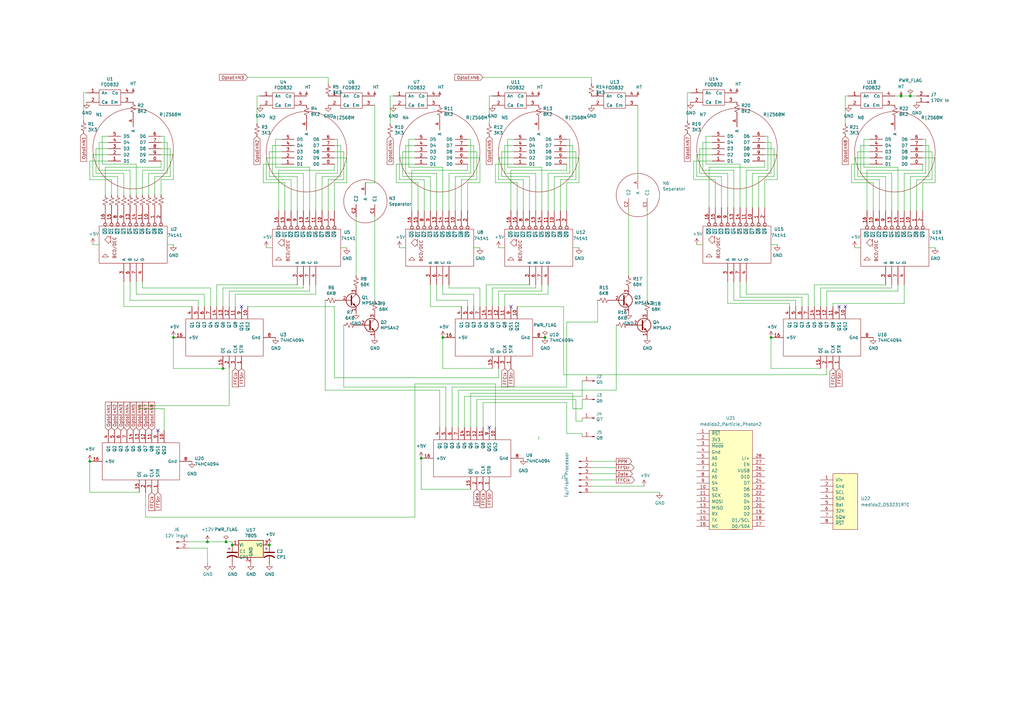
<source format=kicad_sch>
(kicad_sch (version 20230121) (generator eeschema)
  (paper "A3")
  (title_block (title "Nixie Clock for Dalibor Farny Tubes") (rev "B"))
  (junction (at 95.25 223.52))
  (junction (at 369.57 39.37))
  (junction (at 172.72 187.96))
  (junction (at 91.44 151.13))
  (junction (at 71.12 138.43))
  (junction (at 223.52 138.43))
  (junction (at 181.61 138.43))
  (junction (at 92.71 222.25))
  (junction (at 373.38 39.37))
  (junction (at 316.23 138.43))
  (junction (at 85.09 222.25))
  (junction (at 110.49 223.52))
  (junction (at 36.83 189.23))
  (no_connect (at 209.55 125.73))
  (no_connect (at 200.66 175.26))
  (no_connect (at 64.77 176.53))
  (no_connect (at 344.17 125.73))
  (no_connect (at 99.06 125.73))
  (no_connect (at 346.71 125.73))
  (wire (pts (xy 191.77 64.77) (xy 196.85 64.77)))
  (wire (pts (xy 295.91 72.39) (xy 295.91 85.09)))
  (wire (pts (xy 288.29 69.85) (xy 300.99 69.85)))
  (wire (pts (xy 48.26 72.39) (xy 48.26 80.01)))
  (wire (pts (xy 165.1 72.39) (xy 176.53 72.39)))
  (wire (pts (xy 351.79 62.23) (xy 351.79 72.39)))
  (wire (pts (xy 323.85 124.46) (xy 298.45 124.46)))
  (wire (pts (xy 379.73 71.12) (xy 370.84 71.12)))
  (wire (pts (xy 38.1 100.33) (xy 40.64 100.33)))
  (wire (pts (xy 353.06 59.69) (xy 353.06 71.12)))
  (wire (pts (xy 219.71 71.12) (xy 219.71 86.36)))
  (wire (pts (xy 203.2 74.93) (xy 212.09 74.93)))
  (wire (pts (xy 210.82 62.23) (xy 205.74 62.23)))
  (wire (pts (xy 91.44 118.11) (xy 91.44 125.73)))
  (wire (pts (xy 137.16 154.94) (xy 204.47 154.94)))
  (wire (pts (xy 326.39 123.19) (xy 300.99 123.19)))
  (wire (pts (xy 139.7 101.6) (xy 142.24 101.6)))
  (wire (pts (xy 67.31 55.88) (xy 67.31 69.85)))
  (wire (pts (xy 57.15 166.37) (xy 93.98 166.37)))
  (wire (pts (xy 109.22 101.6) (xy 111.76 101.6)))
  (wire (pts (xy 311.15 72.39) (xy 311.15 85.09)))
  (wire (pts (xy 236.22 163.83) (xy 236.22 172.72)))
  (wire (pts (xy 190.5 175.26) (xy 190.5 162.56)))
  (wire (pts (xy 163.83 73.66) (xy 173.99 73.66)))
  (wire (pts (xy 360.68 73.66) (xy 360.68 86.36)))
  (wire (pts (xy 261.62 43.18) (xy 261.62 72.39)))
  (wire (pts (xy 284.48 66.04) (xy 284.48 73.66)))
  (wire (pts (xy 181.61 120.65) (xy 181.61 116.84)))
  (wire (pts (xy 313.69 58.42) (xy 316.23 58.42)))
  (wire (pts (xy 363.22 72.39) (xy 363.22 86.36)))
  (wire (pts (xy 236.22 62.23) (xy 236.22 73.66)))
  (wire (pts (xy 224.79 120.65) (xy 224.79 116.84)))
  (wire (pts (xy 356.87 67.31) (xy 349.25 67.31)))
  (wire (pts (xy 204.47 73.66) (xy 214.63 73.66)))
  (wire (pts (xy 318.77 63.5) (xy 318.77 73.66)))
  (wire (pts (xy 375.92 73.66) (xy 375.92 86.36)))
  (wire (pts (xy 368.3 68.58) (xy 368.3 86.36)))
  (wire (pts (xy 40.64 69.85) (xy 53.34 69.85)))
  (wire (pts (xy 115.57 62.23) (xy 110.49 62.23)))
  (wire (pts (xy 163.83 101.6) (xy 166.37 101.6)))
  (wire (pts (xy 196.85 64.77) (xy 196.85 74.93)))
  (wire (pts (xy 232.41 57.15) (xy 233.68 57.15)))
  (wire (pts (xy 293.37 73.66) (xy 293.37 85.09)))
  (wire (pts (xy 96.52 120.65) (xy 96.52 125.73)))
  (wire (pts (xy 204.47 119.38) (xy 204.47 125.73)))
  (wire (pts (xy 336.55 118.11) (xy 365.76 118.11)))
  (wire (pts (xy 234.95 72.39) (xy 227.33 72.39)))
  (wire (pts (xy 109.22 64.77) (xy 109.22 73.66)))
  (wire (pts (xy 285.75 63.5) (xy 285.75 72.39)))
  (wire (pts (xy 231.14 153.67) (xy 339.09 153.67)))
  (wire (pts (xy 201.93 39.37) (xy 200.66 39.37)))
  (wire (pts (xy 378.46 62.23) (xy 382.27 62.23)))
  (wire (pts (xy 378.46 74.93) (xy 378.46 86.36)))
  (wire (pts (xy 107.95 74.93) (xy 116.84 74.93)))
  (wire (pts (xy 170.18 57.15) (xy 167.64 57.15)))
  (wire (pts (xy 166.37 59.69) (xy 166.37 71.12)))
  (wire (pts (xy 170.18 59.69) (xy 166.37 59.69)))
  (wire (pts (xy 199.39 116.84) (xy 199.39 125.73)))
  (wire (pts (xy 44.45 55.88) (xy 41.91 55.88)))
  (wire (pts (xy 234.95 167.64) (xy 238.76 167.64)))
  (wire (pts (xy 210.82 64.77) (xy 204.47 64.77)))
  (wire (pts (xy 195.58 62.23) (xy 195.58 73.66)))
  (wire (pts (xy 77.47 222.25) (xy 85.09 222.25)))
  (wire (pts (xy 339.09 119.38) (xy 339.09 125.73)))
  (wire (pts (xy 351.79 72.39) (xy 363.22 72.39)))
  (wire (pts (xy 292.1 58.42) (xy 288.29 58.42)))
  (wire (pts (xy 341.63 124.46) (xy 341.63 125.73)))
  (wire (pts (xy 331.47 120.65) (xy 331.47 125.73)))
  (wire (pts (xy 173.99 73.66) (xy 173.99 86.36)))
  (wire (pts (xy 316.23 100.33) (xy 318.77 100.33)))
  (wire (pts (xy 373.38 39.37) (xy 375.92 39.37)))
  (wire (pts (xy 66.04 60.96) (xy 69.85 60.96)))
  (wire (pts (xy 203.2 157.48) (xy 170.18 157.48)))
  (wire (pts (xy 200.66 39.37) (xy 200.66 50.8)))
  (wire (pts (xy 139.7 59.69) (xy 139.7 72.39)))
  (wire (pts (xy 193.04 71.12) (xy 184.15 71.12)))
  (wire (pts (xy 119.38 73.66) (xy 119.38 86.36)))
  (wire (pts (xy 252.73 133.35) (xy 252.73 160.02)))
  (wire (pts (xy 184.15 71.12) (xy 184.15 86.36)))
  (wire (pts (xy 180.34 160.02) (xy 180.34 175.26)))
  (wire (pts (xy 313.69 60.96) (xy 317.5 60.96)))
  (wire (pts (xy 63.5 72.39) (xy 63.5 80.01)))
  (wire (pts (xy 191.77 69.85) (xy 168.91 69.85)))
  (wire (pts (xy 317.5 72.39) (xy 311.15 72.39)))
  (wire (pts (xy 57.15 167.64) (xy 67.31 167.64)))
  (wire (pts (xy 83.82 120.65) (xy 83.82 125.73)))
  (wire (pts (xy 133.35 123.19) (xy 133.35 160.02)))
  (wire (pts (xy 204.47 119.38) (xy 222.25 119.38)))
  (wire (pts (xy 381 72.39) (xy 373.38 72.39)))
  (wire (pts (xy 353.06 71.12) (xy 365.76 71.12)))
  (wire (pts (xy 232.41 64.77) (xy 237.49 64.77)))
  (wire (pts (xy 281.94 38.1) (xy 281.94 49.53)))
  (wire (pts (xy 194.31 59.69) (xy 194.31 72.39)))
  (wire (pts (xy 207.01 59.69) (xy 207.01 71.12)))
  (wire (pts (xy 194.31 120.65) (xy 194.31 125.73)))
  (wire (pts (xy 370.84 71.12) (xy 370.84 86.36)))
  (wire (pts (xy 378.46 69.85) (xy 355.6 69.85)))
  (wire (pts (xy 334.01 116.84) (xy 334.01 125.73)))
  (wire (pts (xy 198.12 165.1) (xy 232.41 165.1)))
  (wire (pts (xy 381 101.6) (xy 383.54 101.6)))
  (wire (pts (xy 53.34 69.85) (xy 53.34 80.01)))
  (wire (pts (xy 92.71 151.13) (xy 91.44 151.13)))
  (wire (pts (xy 162.56 74.93) (xy 171.45 74.93)))
  (wire (pts (xy 93.98 119.38) (xy 127 119.38)))
  (wire (pts (xy 288.29 58.42) (xy 288.29 69.85)))
  (wire (pts (xy 349.25 67.31) (xy 349.25 74.93)))
  (wire (pts (xy 71.12 73.66) (xy 66.04 73.66)))
  (wire (pts (xy 58.42 69.85) (xy 58.42 80.01)))
  (wire (pts (xy 194.31 72.39) (xy 186.69 72.39)))
  (wire (pts (xy 238.76 156.21) (xy 238.76 162.56)))
  (wire (pts (xy 137.16 125.73) (xy 137.16 154.94)))
  (wire (pts (xy 140.97 133.35) (xy 140.97 158.75)))
  (wire (pts (xy 242.57 34.29) (xy 242.57 31.75)))
  (wire (pts (xy 179.07 123.19) (xy 179.07 116.84)))
  (wire (pts (xy 212.09 74.93) (xy 212.09 86.36)))
  (wire (pts (xy 207.01 71.12) (xy 219.71 71.12)))
  (wire (pts (xy 110.49 72.39) (xy 121.92 72.39)))
  (wire (pts (xy 50.8 125.73) (xy 50.8 115.57)))
  (wire (pts (xy 185.42 158.75) (xy 185.42 175.26)))
  (wire (pts (xy 187.96 160.02) (xy 187.96 175.26)))
  (wire (pts (xy 365.76 71.12) (xy 365.76 86.36)))
  (wire (pts (xy 95.25 222.25) (xy 95.25 223.52)))
  (wire (pts (xy 354.33 57.15) (xy 354.33 68.58)))
  (wire (pts (xy 137.16 67.31) (xy 137.16 69.85)))
  (wire (pts (xy 233.68 71.12) (xy 224.79 71.12)))
  (wire (pts (xy 69.85 60.96) (xy 69.85 72.39)))
  (wire (pts (xy 176.53 72.39) (xy 176.53 86.36)))
  (wire (pts (xy 36.83 73.66) (xy 45.72 73.66)))
  (wire (pts (xy 91.44 118.11) (xy 124.46 118.11)))
  (wire (pts (xy 354.33 68.58) (xy 368.3 68.58)))
  (wire (pts (xy 166.37 71.12) (xy 179.07 71.12)))
  (wire (pts (xy 232.41 74.93) (xy 232.41 86.36)))
  (wire (pts (xy 167.64 57.15) (xy 167.64 68.58)))
  (wire (pts (xy 208.28 57.15) (xy 208.28 68.58)))
  (wire (pts (xy 194.31 120.65) (xy 181.61 120.65)))
  (wire (pts (xy 39.37 60.96) (xy 39.37 71.12)))
  (wire (pts (xy 181.61 151.13) (xy 201.93 151.13)))
  (wire (pts (xy 379.73 57.15) (xy 379.73 71.12)))
  (wire (pts (xy 137.16 74.93) (xy 137.16 86.36)))
  (wire (pts (xy 234.95 161.29) (xy 234.95 167.64)))
  (wire (pts (xy 88.9 116.84) (xy 121.92 116.84)))
  (wire (pts (xy 193.04 200.66) (xy 172.72 200.66)))
  (wire (pts (xy 217.17 72.39) (xy 217.17 86.36)))
  (wire (pts (xy 356.87 59.69) (xy 353.06 59.69)))
  (wire (pts (xy 36.83 66.04) (xy 36.83 73.66)))
  (wire (pts (xy 116.84 74.93) (xy 116.84 86.36)))
  (wire (pts (xy 111.76 59.69) (xy 111.76 71.12)))
  (wire (pts (xy 204.47 154.94) (xy 204.47 151.13)))
  (wire (pts (xy 44.45 60.96) (xy 39.37 60.96)))
  (wire (pts (xy 191.77 59.69) (xy 194.31 59.69)))
  (wire (pts (xy 44.45 63.5) (xy 38.1 63.5)))
  (wire (pts (xy 224.79 71.12) (xy 224.79 86.36)))
  (wire (pts (xy 39.37 71.12) (xy 50.8 71.12)))
  (wire (pts (xy 313.69 63.5) (xy 318.77 63.5)))
  (wire (pts (xy 181.61 68.58) (xy 181.61 86.36)))
  (wire (pts (xy 146.05 88.9) (xy 146.05 113.03)))
  (wire (pts (xy 373.38 72.39) (xy 373.38 86.36)))
  (wire (pts (xy 36.83 189.23) (xy 36.83 201.93)))
  (wire (pts (xy 219.71 118.11) (xy 219.71 116.84)))
  (wire (pts (xy 195.58 73.66) (xy 189.23 73.66)))
  (wire (pts (xy 220.98 180.34) (xy 220.98 179.07)))
  (wire (pts (xy 179.07 71.12) (xy 179.07 86.36)))
  (wire (pts (xy 328.93 121.92) (xy 328.93 125.73)))
  (wire (pts (xy 306.07 69.85) (xy 306.07 85.09)))
  (wire (pts (xy 292.1 55.88) (xy 289.56 55.88)))
  (wire (pts (xy 234.95 59.69) (xy 234.95 72.39)))
  (wire (pts (xy 378.46 57.15) (xy 379.73 57.15)))
  (wire (pts (xy 245.11 123.19) (xy 245.11 132.08)))
  (wire (pts (xy 203.2 175.26) (xy 203.2 157.48)))
  (wire (pts (xy 140.97 62.23) (xy 140.97 73.66)))
  (wire (pts (xy 358.14 74.93) (xy 358.14 86.36)))
  (wire (pts (xy 132.08 72.39) (xy 132.08 86.36)))
  (wire (pts (xy 201.93 118.11) (xy 201.93 125.73)))
  (wire (pts (xy 170.18 212.09) (xy 59.69 212.09)))
  (wire (pts (xy 172.72 200.66) (xy 172.72 187.96)))
  (wire (pts (xy 107.95 67.31) (xy 107.95 74.93)))
  (wire (pts (xy 140.97 158.75) (xy 182.88 158.75)))
  (wire (pts (xy 326.39 123.19) (xy 326.39 125.73)))
  (wire (pts (xy 124.46 118.11) (xy 124.46 116.84)))
  (wire (pts (xy 55.88 67.31) (xy 55.88 80.01)))
  (wire (pts (xy 191.77 67.31) (xy 191.77 69.85)))
  (wire (pts (xy 242.57 191.77) (xy 252.73 191.77)))
  (wire (pts (xy 129.54 71.12) (xy 129.54 86.36)))
  (wire (pts (xy 242.57 31.75) (xy 198.12 31.75)))
  (wire (pts (xy 113.03 57.15) (xy 113.03 68.58)))
  (wire (pts (xy 69.85 72.39) (xy 63.5 72.39)))
  (wire (pts (xy 67.31 69.85) (xy 58.42 69.85)))
  (wire (pts (xy 189.23 125.73) (xy 176.53 125.73)))
  (wire (pts (xy 242.57 189.23) (xy 252.73 189.23)))
  (wire (pts (xy 210.82 59.69) (xy 207.01 59.69)))
  (wire (pts (xy 193.04 175.26) (xy 193.04 161.29)))
  (wire (pts (xy 68.58 100.33) (xy 71.12 100.33)))
  (wire (pts (xy 232.41 132.08) (xy 232.41 158.75)))
  (wire (pts (xy 232.41 158.75) (xy 185.42 158.75)))
  (wire (pts (xy 115.57 64.77) (xy 109.22 64.77)))
  (wire (pts (xy 93.98 119.38) (xy 93.98 125.73)))
  (wire (pts (xy 153.67 74.93) (xy 149.86 74.93)))
  (wire (pts (xy 196.85 74.93) (xy 191.77 74.93)))
  (wire (pts (xy 232.41 59.69) (xy 234.95 59.69)))
  (wire (pts (xy 86.36 118.11) (xy 58.42 118.11)))
  (wire (pts (xy 139.7 72.39) (xy 132.08 72.39)))
  (wire (pts (xy 140.97 73.66) (xy 134.62 73.66)))
  (wire (pts (xy 339.09 153.67) (xy 339.09 151.13)))
  (wire (pts (xy 303.53 67.31) (xy 303.53 85.09)))
  (wire (pts (xy 356.87 62.23) (xy 351.79 62.23)))
  (wire (pts (xy 191.77 125.73) (xy 191.77 123.19)))
  (wire (pts (xy 222.25 119.38) (xy 222.25 116.84)))
  (wire (pts (xy 252.73 160.02) (xy 187.96 160.02)))
  (wire (pts (xy 238.76 177.8) (xy 238.76 179.07)))
  (wire (pts (xy 193.04 161.29) (xy 234.95 161.29)))
  (wire (pts (xy 138.43 71.12) (xy 129.54 71.12)))
  (wire (pts (xy 134.62 73.66) (xy 134.62 86.36)))
  (wire (pts (xy 229.87 73.66) (xy 229.87 86.36)))
  (wire (pts (xy 110.49 62.23) (xy 110.49 72.39)))
  (wire (pts (xy 60.96 71.12) (xy 60.96 80.01)))
  (wire (pts (xy 285.75 100.33) (xy 288.29 100.33)))
  (wire (pts (xy 193.04 57.15) (xy 193.04 71.12)))
  (wire (pts (xy 168.91 69.85) (xy 168.91 86.36)))
  (wire (pts (xy 34.29 38.1) (xy 34.29 49.53)))
  (wire (pts (xy 350.52 73.66) (xy 360.68 73.66)))
  (wire (pts (xy 41.91 55.88) (xy 41.91 67.31)))
  (wire (pts (xy 68.58 71.12) (xy 60.96 71.12)))
  (wire (pts (xy 383.54 74.93) (xy 378.46 74.93)))
  (wire (pts (xy 292.1 63.5) (xy 285.75 63.5)))
  (wire (pts (xy 289.56 67.31) (xy 303.53 67.31)))
  (wire (pts (xy 127 68.58) (xy 127 86.36)))
  (wire (pts (xy 300.99 69.85) (xy 300.99 85.09)))
  (wire (pts (xy 85.09 222.25) (xy 92.71 222.25)))
  (wire (pts (xy 289.56 55.88) (xy 289.56 67.31)))
  (wire (pts (xy 38.1 72.39) (xy 48.26 72.39)))
  (wire (pts (xy 336.55 151.13) (xy 316.23 151.13)))
  (wire (pts (xy 170.18 64.77) (xy 163.83 64.77)))
  (wire (pts (xy 101.6 125.73) (xy 137.16 125.73)))
  (wire (pts (xy 181.61 151.13) (xy 181.61 138.43)))
  (wire (pts (xy 142.24 64.77) (xy 142.24 74.93)))
  (wire (pts (xy 88.9 116.84) (xy 88.9 125.73)))
  (wire (pts (xy 209.55 69.85) (xy 209.55 86.36)))
  (wire (pts (xy 184.15 118.11) (xy 184.15 116.84)))
  (wire (pts (xy 231.14 125.73) (xy 231.14 153.67)))
  (wire (pts (xy 308.61 71.12) (xy 308.61 85.09)))
  (wire (pts (xy 210.82 67.31) (xy 203.2 67.31)))
  (wire (pts (xy 331.47 120.65) (xy 306.07 120.65)))
  (wire (pts (xy 283.21 38.1) (xy 281.94 38.1)))
  (wire (pts (xy 242.57 199.39) (xy 264.16 199.39)))
  (wire (pts (xy 170.18 67.31) (xy 162.56 67.31)))
  (wire (pts (xy 237.49 64.77) (xy 237.49 74.93)))
  (wire (pts (xy 127 119.38) (xy 127 116.84)))
  (wire (pts (xy 265.43 86.36) (xy 265.43 123.19)))
  (wire (pts (xy 66.04 73.66) (xy 66.04 80.01)))
  (wire (pts (xy 365.76 118.11) (xy 365.76 116.84)))
  (wire (pts (xy 85.09 224.79) (xy 85.09 231.14)))
  (wire (pts (xy 137.16 59.69) (xy 139.7 59.69)))
  (wire (pts (xy 318.77 73.66) (xy 313.69 73.66)))
  (wire (pts (xy 232.41 177.8) (xy 238.76 177.8)))
  (wire (pts (xy 204.47 64.77) (xy 204.47 73.66)))
  (wire (pts (xy 129.54 120.65) (xy 129.54 116.84)))
  (wire (pts (xy 236.22 73.66) (xy 229.87 73.66)))
  (wire (pts (xy 369.57 39.37) (xy 373.38 39.37)))
  (wire (pts (xy 195.58 163.83) (xy 236.22 163.83)))
  (wire (pts (xy 191.77 123.19) (xy 179.07 123.19)))
  (wire (pts (xy 137.16 69.85) (xy 114.3 69.85)))
  (wire (pts (xy 153.67 43.18) (xy 153.67 74.93)))
  (wire (pts (xy 214.63 73.66) (xy 214.63 86.36)))
  (wire (pts (xy 91.44 151.13) (xy 71.12 151.13)))
  (wire (pts (xy 153.67 88.9) (xy 153.67 123.19)))
  (wire (pts (xy 227.33 72.39) (xy 227.33 86.36)))
  (wire (pts (xy 66.04 58.42) (xy 68.58 58.42)))
  (wire (pts (xy 203.2 67.31) (xy 203.2 74.93)))
  (wire (pts (xy 170.18 62.23) (xy 165.1 62.23)))
  (wire (pts (xy 67.31 176.53) (xy 67.31 167.64)))
  (wire (pts (xy 208.28 68.58) (xy 222.25 68.58)))
  (wire (pts (xy 356.87 57.15) (xy 354.33 57.15)))
  (wire (pts (xy 191.77 74.93) (xy 191.77 86.36)))
  (wire (pts (xy 134.62 31.75) (xy 134.62 34.29)))
  (wire (pts (xy 367.03 39.37) (xy 369.57 39.37)))
  (wire (pts (xy 96.52 120.65) (xy 129.54 120.65)))
  (wire (pts (xy 81.28 125.73) (xy 81.28 123.19)))
  (wire (pts (xy 287.02 60.96) (xy 287.02 71.12)))
  (wire (pts (xy 336.55 118.11) (xy 336.55 125.73)))
  (wire (pts (xy 81.28 123.19) (xy 53.34 123.19)))
  (wire (pts (xy 346.71 39.37) (xy 346.71 50.8)))
  (wire (pts (xy 124.46 71.12) (xy 124.46 86.36)))
  (wire (pts (xy 205.74 72.39) (xy 217.17 72.39)))
  (wire (pts (xy 142.24 74.93) (xy 137.16 74.93)))
  (wire (pts (xy 222.25 68.58) (xy 222.25 86.36)))
  (wire (pts (xy 176.53 125.73) (xy 176.53 116.84)))
  (wire (pts (xy 53.34 123.19) (xy 53.34 115.57)))
  (wire (pts (xy 381 59.69) (xy 381 72.39)))
  (wire (pts (xy 287.02 71.12) (xy 298.45 71.12)))
  (wire (pts (xy 205.74 62.23) (xy 205.74 72.39)))
  (wire (pts (xy 233.68 57.15) (xy 233.68 71.12)))
  (wire (pts (xy 234.95 101.6) (xy 237.49 101.6)))
  (wire (pts (xy 92.71 222.25) (xy 95.25 222.25)))
  (wire (pts (xy 57.15 166.37) (xy 57.15 167.64)))
  (wire (pts (xy 162.56 67.31) (xy 162.56 74.93)))
  (wire (pts (xy 316.23 71.12) (xy 308.61 71.12)))
  (wire (pts (xy 68.58 58.42) (xy 68.58 71.12)))
  (wire (pts (xy 245.11 132.08) (xy 232.41 132.08)))
  (wire (pts (xy 368.3 119.38) (xy 368.3 116.84)))
  (wire (pts (xy 115.57 67.31) (xy 107.95 67.31)))
  (wire (pts (xy 115.57 59.69) (xy 111.76 59.69)))
  (wire (pts (xy 40.64 58.42) (xy 40.64 69.85)))
  (wire (pts (xy 161.29 39.37) (xy 160.02 39.37)))
  (wire (pts (xy 378.46 59.69) (xy 381 59.69)))
  (wire (pts (xy 236.22 172.72) (xy 238.76 172.72)))
  (wire (pts (xy 165.1 62.23) (xy 165.1 72.39)))
  (wire (pts (xy 300.99 123.19) (xy 300.99 115.57)))
  (wire (pts (xy 232.41 62.23) (xy 236.22 62.23)))
  (wire (pts (xy 195.58 175.26) (xy 195.58 163.83)))
  (wire (pts (xy 44.45 66.04) (xy 36.83 66.04)))
  (wire (pts (xy 109.22 73.66) (xy 119.38 73.66)))
  (wire (pts (xy 314.96 69.85) (xy 306.07 69.85)))
  (wire (pts (xy 191.77 57.15) (xy 193.04 57.15)))
  (wire (pts (xy 106.68 39.37) (xy 105.41 39.37)))
  (wire (pts (xy 292.1 66.04) (xy 284.48 66.04)))
  (wire (pts (xy 66.04 63.5) (xy 71.12 63.5)))
  (wire (pts (xy 382.27 73.66) (xy 375.92 73.66)))
  (wire (pts (xy 238.76 163.83) (xy 238.76 167.64)))
  (wire (pts (xy 356.87 64.77) (xy 350.52 64.77)))
  (wire (pts (xy 212.09 125.73) (xy 231.14 125.73)))
  (wire (pts (xy 317.5 60.96) (xy 317.5 72.39)))
  (wire (pts (xy 313.69 73.66) (xy 313.69 85.09)))
  (wire (pts (xy 285.75 72.39) (xy 295.91 72.39)))
  (wire (pts (xy 382.27 62.23) (xy 382.27 73.66)))
  (wire (pts (xy 196.85 118.11) (xy 184.15 118.11)))
  (wire (pts (xy 210.82 57.15) (xy 208.28 57.15)))
  (wire (pts (xy 43.18 68.58) (xy 43.18 80.01)))
  (wire (pts (xy 171.45 74.93) (xy 171.45 86.36)))
  (wire (pts (xy 138.43 57.15) (xy 138.43 71.12)))
  (wire (pts (xy 41.91 67.31) (xy 55.88 67.31)))
  (wire (pts (xy 71.12 151.13) (xy 71.12 138.43)))
  (wire (pts (xy 313.69 55.88) (xy 314.96 55.88)))
  (wire (pts (xy 313.69 66.04) (xy 313.69 68.58)))
  (wire (pts (xy 232.41 67.31) (xy 232.41 69.85)))
  (wire (pts (xy 190.5 162.56) (xy 238.76 162.56)))
  (wire (pts (xy 59.69 212.09) (xy 59.69 201.93)))
  (wire (pts (xy 198.12 175.26) (xy 198.12 165.1)))
  (wire (pts (xy 114.3 69.85) (xy 114.3 86.36)))
  (wire (pts (xy 93.98 166.37) (xy 93.98 151.13)))
  (wire (pts (xy 55.88 120.65) (xy 55.88 115.57)))
  (wire (pts (xy 86.36 118.11) (xy 86.36 125.73)))
  (wire (pts (xy 314.96 55.88) (xy 314.96 69.85)))
  (wire (pts (xy 186.69 72.39) (xy 186.69 86.36)))
  (wire (pts (xy 207.01 120.65) (xy 224.79 120.65)))
  (wire (pts (xy 196.85 118.11) (xy 196.85 125.73)))
  (wire (pts (xy 199.39 116.84) (xy 217.17 116.84)))
  (wire (pts (xy 347.98 39.37) (xy 346.71 39.37)))
  (wire (pts (xy 339.09 119.38) (xy 368.3 119.38)))
  (wire (pts (xy 341.63 124.46) (xy 370.84 124.46)))
  (wire (pts (xy 170.18 157.48) (xy 170.18 212.09)))
  (wire (pts (xy 35.56 38.1) (xy 34.29 38.1)))
  (wire (pts (xy 306.07 120.65) (xy 306.07 115.57)))
  (wire (pts (xy 232.41 69.85) (xy 209.55 69.85)))
  (wire (pts (xy 163.83 64.77) (xy 163.83 73.66)))
  (wire (pts (xy 355.6 69.85) (xy 355.6 86.36)))
  (wire (pts (xy 242.57 201.93) (xy 270.51 201.93)))
  (wire (pts (xy 316.23 151.13) (xy 316.23 138.43)))
  (wire (pts (xy 167.64 68.58) (xy 181.61 68.58)))
  (wire (pts (xy 113.03 68.58) (xy 127 68.58)))
  (wire (pts (xy 292.1 60.96) (xy 287.02 60.96)))
  (wire (pts (xy 137.16 64.77) (xy 142.24 64.77)))
  (wire (pts (xy 242.57 194.31) (xy 252.73 194.31)))
  (wire (pts (xy 323.85 125.73) (xy 323.85 124.46)))
  (wire (pts (xy 38.1 63.5) (xy 38.1 72.39)))
  (wire (pts (xy 101.6 31.75) (xy 134.62 31.75)))
  (wire (pts (xy 298.45 71.12) (xy 298.45 85.09)))
  (wire (pts (xy 191.77 62.23) (xy 195.58 62.23)))
  (wire (pts (xy 66.04 66.04) (xy 66.04 68.58)))
  (wire (pts (xy 284.48 73.66) (xy 293.37 73.66)))
  (wire (pts (xy 238.76 171.45) (xy 238.76 172.72)))
  (wire (pts (xy 71.12 63.5) (xy 71.12 73.66)))
  (wire (pts (xy 207.01 120.65) (xy 207.01 125.73)))
  (wire (pts (xy 45.72 73.66) (xy 45.72 80.01)))
  (wire (pts (xy 121.92 72.39) (xy 121.92 86.36)))
  (wire (pts (xy 66.04 68.58) (xy 43.18 68.58)))
  (wire (pts (xy 78.74 125.73) (xy 50.8 125.73)))
  (wire (pts (xy 83.82 120.65) (xy 55.88 120.65)))
  (wire (pts (xy 232.41 165.1) (xy 232.41 177.8)))
  (wire (pts (xy 303.53 121.92) (xy 303.53 115.57)))
  (wire (pts (xy 350.52 64.77) (xy 350.52 73.66)))
  (wire (pts (xy 194.31 101.6) (xy 196.85 101.6)))
  (wire (pts (xy 350.52 101.6) (xy 353.06 101.6)))
  (wire (pts (xy 66.04 55.88) (xy 67.31 55.88)))
  (wire (pts (xy 349.25 74.93) (xy 358.14 74.93)))
  (wire (pts (xy 44.45 58.42) (xy 40.64 58.42)))
  (wire (pts (xy 115.57 57.15) (xy 113.03 57.15)))
  (wire (pts (xy 378.46 67.31) (xy 378.46 69.85)))
  (wire (pts (xy 58.42 118.11) (xy 58.42 115.57)))
  (wire (pts (xy 383.54 64.77) (xy 383.54 74.93)))
  (wire (pts (xy 160.02 39.37) (xy 160.02 50.8)))
  (wire (pts (xy 313.69 68.58) (xy 290.83 68.58)))
  (wire (pts (xy 298.45 124.46) (xy 298.45 115.57)))
  (wire (pts (xy 111.76 71.12) (xy 124.46 71.12)))
  (wire (pts (xy 137.16 57.15) (xy 138.43 57.15)))
  (wire (pts (xy 316.23 58.42) (xy 316.23 71.12)))
  (wire (pts (xy 290.83 68.58) (xy 290.83 85.09)))
  (wire (pts (xy 77.47 224.79) (xy 85.09 224.79)))
  (wire (pts (xy 242.57 196.85) (xy 252.73 196.85)))
  (wire (pts (xy 189.23 73.66) (xy 189.23 86.36)))
  (wire (pts (xy 257.81 86.36) (xy 257.81 113.03)))
  (wire (pts (xy 328.93 121.92) (xy 303.53 121.92)))
  (wire (pts (xy 105.41 39.37) (xy 105.41 50.8)))
  (wire (pts (xy 50.8 71.12) (xy 50.8 80.01)))
  (wire (pts (xy 182.88 158.75) (xy 182.88 175.26)))
  (wire (pts (xy 378.46 64.77) (xy 383.54 64.77)))
  (wire (pts (xy 137.16 62.23) (xy 140.97 62.23)))
  (wire (pts (xy 334.01 116.84) (xy 363.22 116.84)))
  (wire (pts (xy 201.93 118.11) (xy 219.71 118.11)))
  (wire (pts (xy 36.83 201.93) (xy 57.15 201.93)))
  (wire (pts (xy 370.84 124.46) (xy 370.84 116.84)))
  (wire (pts (xy 133.35 160.02) (xy 180.34 160.02)))
  (wire (pts (xy 237.49 74.93) (xy 232.41 74.93)))
  (wire (pts (xy 204.47 101.6) (xy 207.01 101.6)))
  (global_label "FFStr" (shape output) (at 252.73 191.77 0) (property "Intersheetrefs" "${INTERSHEET_REFS}" (effects hide)))
  (global_label "OptoEnN8" (shape input) (at 346.71 55.88 270) (property "Intersheetrefs" "${INTERSHEET_REFS}" (effects hide)))
  (global_label "FFStr" (shape input) (at 200.66 200.66 270) (property "Intersheetrefs" "${INTERSHEET_REFS}" (effects hide)))
  (global_label "OptoEnN8" (shape input) (at 62.23 176.53 90) (property "Intersheetrefs" "${INTERSHEET_REFS}" (effects hide)))
  (global_label "OptoEnN1" (shape input) (at 34.29 54.61 270) (property "Intersheetrefs" "${INTERSHEET_REFS}" (effects hide)))
  (global_label "FFStr" (shape input) (at 99.06 151.13 270) (property "Intersheetrefs" "${INTERSHEET_REFS}" (effects hide)))
  (global_label "OptoEnN6" (shape input) (at 198.12 31.75 180) (property "Intersheetrefs" "${INTERSHEET_REFS}" (effects hide)))
  (global_label "FFClk" (shape input) (at 341.63 151.13 270) (property "Intersheetrefs" "${INTERSHEET_REFS}" (effects hide)))
  (global_label "FFClk" (shape input) (at 96.52 151.13 270) (property "Intersheetrefs" "${INTERSHEET_REFS}" (effects hide)))
  (global_label "PPM" (shape output) (at 252.73 189.23 0) (property "Intersheetrefs" "${INTERSHEET_REFS}" (effects hide)))
  (global_label "FFStr" (shape input) (at 344.17 151.13 270) (property "Intersheetrefs" "${INTERSHEET_REFS}" (effects hide)))
  (global_label "OptoEnN3" (shape input) (at 49.53 176.53 90) (property "Intersheetrefs" "${INTERSHEET_REFS}" (effects hide)))
  (global_label "OptoEnN7" (shape input) (at 59.69 176.53 90) (property "Intersheetrefs" "${INTERSHEET_REFS}" (effects hide)))
  (global_label "FFClk" (shape input) (at 207.01 151.13 270) (property "Intersheetrefs" "${INTERSHEET_REFS}" (effects hide)))
  (global_label "OptoEnN1" (shape input) (at 44.45 176.53 90) (property "Intersheetrefs" "${INTERSHEET_REFS}" (effects hide)))
  (global_label "FFStr" (shape input) (at 209.55 151.13 270) (property "Intersheetrefs" "${INTERSHEET_REFS}" (effects hide)))
  (global_label "OptoEnN2" (shape input) (at 105.41 55.88 270) (property "Intersheetrefs" "${INTERSHEET_REFS}" (effects hide)))
  (global_label "OptoEnN5" (shape input) (at 54.61 176.53 90) (property "Intersheetrefs" "${INTERSHEET_REFS}" (effects hide)))
  (global_label "OptoEnN2" (shape input) (at 46.99 176.53 90) (property "Intersheetrefs" "${INTERSHEET_REFS}" (effects hide)))
  (global_label "OptoEnN3" (shape input) (at 101.6 31.75 180) (property "Intersheetrefs" "${INTERSHEET_REFS}" (effects hide)))
  (global_label "OptoEnN7" (shape input) (at 281.94 54.61 270) (property "Intersheetrefs" "${INTERSHEET_REFS}" (effects hide)))
  (global_label "OptoEnN4" (shape input) (at 52.07 176.53 90) (property "Intersheetrefs" "${INTERSHEET_REFS}" (effects hide)))
  (global_label "FFClk" (shape input) (at 62.23 201.93 270) (property "Intersheetrefs" "${INTERSHEET_REFS}" (effects hide)))
  (global_label "OptoEnN5" (shape input) (at 200.66 55.88 270) (property "Intersheetrefs" "${INTERSHEET_REFS}" (effects hide)))
  (global_label "OptoEnN6" (shape input) (at 57.15 176.53 90) (property "Intersheetrefs" "${INTERSHEET_REFS}" (effects hide)))
  (global_label "FFStr" (shape input) (at 64.77 201.93 270) (property "Intersheetrefs" "${INTERSHEET_REFS}" (effects hide)))
  (global_label "Data" (shape input) (at 195.58 200.66 270) (property "Intersheetrefs" "${INTERSHEET_REFS}" (effects hide)))
  (global_label "FFClk" (shape input) (at 198.12 200.66 270) (property "Intersheetrefs" "${INTERSHEET_REFS}" (effects hide)))
  (global_label "OptoEnN4" (shape input) (at 160.02 55.88 270) (property "Intersheetrefs" "${INTERSHEET_REFS}" (effects hide)))
  (global_label "Data" (shape output) (at 252.73 194.31 0) (property "Intersheetrefs" "${INTERSHEET_REFS}" (effects hide)))
  (global_label "FFClk" (shape output) (at 252.73 196.85 0) (property "Intersheetrefs" "${INTERSHEET_REFS}" (effects hide)))
  (symbol (lib_name "74141-74xx_IEEE_2") (lib_id "NixieClockV1-rescue:74141-74xx_IEEE") (at 54.61 100.33 90) (unit 1)
    (property "Reference" "U2" (at 69.85 93.98 90) (effects (justify right)))
    (property "Value" "74141" (at 68.58 96.52 90) (effects (justify right)))
    (property "Footprint" "Package_DIP:DIP-16_W7.62mm_Socket" (effects hide))
  )
  (symbol (lib_name "74141-74xx_IEEE_5") (lib_id "NixieClockV1-rescue:74141-74xx_IEEE") (at 125.73 101.6 90) (unit 1)
    (property "Reference" "U5" (at 140.97 95.25 90) (effects (justify right)))
    (property "Value" "74141" (at 139.7 97.79 90) (effects (justify right)))
    (property "Footprint" "Package_DIP:DIP-16_W7.62mm_Socket" (effects hide))
  )
  (symbol (lib_name "74HC4094_1") (lib_id "medido:74HC4094") (at 90.17 138.43 90) (unit 1)
    (property "Reference" "U3" (at 114.7826 137.2616 90) (effects (justify right)))
    (property "Value" "74HC4094" (at 114.7826 139.573 90) (effects (justify right)))
    (property "Footprint" "Package_DIP:DIP-16_W7.62mm" (effects hide))
  )
  (symbol (lib_name "R|Z568M_1") (lib_id "medido:R|Z568M") (at 54.61 60.96 0) (unit 1)
    (property "Reference" "N1" (at 40.64 46.99 0))
    (property "Value" "R|Z568M" (at 69.85 46.99 0))
    (property "Footprint" "MedidoFootprints:RZ568M" (effects hide))
  )
  (symbol (lib_id "power:GND") (at 142.24 101.6 0) (unit 1)
    (property "Reference" "#PWR011" (effects hide))
    (property "Value" "GND" (at 142.367 105.9942 0))
  )
  (symbol (lib_id "power:+5V") (at 38.1 100.33 0) (unit 1)
    (property "Reference" "#PWR02" (effects hide))
    (property "Value" "+5V" (at 38.481 95.9358 0))
  )
  (symbol (lib_id "power:GND") (at 71.12 100.33 0) (unit 1)
    (property "Reference" "#PWR05" (effects hide))
    (property "Value" "GND" (at 71.247 104.7242 0))
  )
  (symbol (lib_id "power:+5V") (at 109.22 101.6 0) (unit 1)
    (property "Reference" "#PWR07" (effects hide))
    (property "Value" "+5V" (at 109.601 97.2058 0))
  )
  (symbol (lib_id "power:GND") (at 113.03 138.43 0) (unit 1)
    (property "Reference" "#PWR09" (effects hide))
    (property "Value" "GND" (at 113.157 142.8242 0))
  )
  (symbol (lib_id "power:+5V") (at 71.12 138.43 0) (unit 1)
    (property "Reference" "#PWR04" (effects hide))
    (property "Value" "+5V" (at 71.501 134.0358 0))
  )
  (symbol (lib_id "medido:FOD832") (at 44.45 40.64 0) (unit 1)
    (property "Reference" "U1" (at 45.085 32.385 0))
    (property "Value" "FOD832" (at 45.085 34.6964 0))
    (property "Footprint" "Package_DIP:DIP-4_W7.62mm" (effects hide))
  )
  (symbol (lib_id "Device:R_Small_US") (at 54.61 44.45 0) (unit 1)
    (property "Reference" "R2" (at 56.3372 43.2816 0) (effects (justify left)))
    (property "Value" "8K2" (at 56.3372 45.593 0) (effects (justify left)))
    (property "Footprint" "Resistor_THT:R_Axial_DIN0207_L6.3mm_D2.5mm_P10.16mm_Horizontal" (effects hide))
  )
  (symbol (lib_id "power:GND") (at 35.56 41.91 0) (unit 1)
    (property "Reference" "#PWR01" (effects hide))
    (property "Value" "GND" (at 35.687 46.3042 0))
  )
  (symbol (lib_id "Device:R_Small_US") (at 34.29 52.07 0) (unit 1)
    (property "Reference" "R1" (at 36.0172 50.9016 0) (effects (justify left)))
    (property "Value" "3K3" (at 36.0172 53.213 0) (effects (justify left)))
    (property "Footprint" "Resistor_THT:R_Axial_DIN0207_L6.3mm_D2.5mm_P10.16mm_Horizontal" (effects hide))
  )
  (symbol (lib_id "medido:74HC4094") (at 191.77 187.96 90) (unit 1)
    (property "Reference" "U9" (at 215.6714 186.7916 90) (effects (justify right)))
    (property "Value" "74HC4094" (at 215.6714 189.103 90) (effects (justify right)))
    (property "Footprint" "Package_DIP:DIP-16_W7.62mm" (effects hide))
  )
  (symbol (lib_id "medido:R|Z568M") (at 125.73 62.23 0) (unit 1)
    (property "Reference" "N2" (at 111.76 48.26 0))
    (property "Value" "R|Z568M" (at 140.97 48.26 0))
    (property "Footprint" "MedidoFootprints:RZ568M" (effects hide))
  )
  (symbol (lib_id "medido:FOD832") (at 115.57 41.91 0) (unit 1)
    (property "Reference" "U4" (at 116.205 33.655 0))
    (property "Value" "FOD832" (at 116.205 35.9664 0))
    (property "Footprint" "Package_DIP:DIP-4_W7.62mm" (effects hide))
  )
  (symbol (lib_id "Device:R_Small_US") (at 125.73 45.72 0) (unit 1)
    (property "Reference" "R4" (at 127.4572 44.5516 0) (effects (justify left)))
    (property "Value" "8K2" (at 127.4572 46.863 0) (effects (justify left)))
    (property "Footprint" "Resistor_THT:R_Axial_DIN0207_L6.3mm_D2.5mm_P10.16mm_Horizontal" (effects hide))
  )
  (symbol (lib_id "power:GND") (at 106.68 43.18 0) (unit 1)
    (property "Reference" "#PWR06" (effects hide))
    (property "Value" "GND" (at 106.807 47.5742 0))
  )
  (symbol (lib_id "Device:R_Small_US") (at 105.41 53.34 0) (unit 1)
    (property "Reference" "R3" (at 107.1372 52.1716 0) (effects (justify left)))
    (property "Value" "3K3" (at 107.1372 54.483 0) (effects (justify left)))
    (property "Footprint" "Resistor_THT:R_Axial_DIN0207_L6.3mm_D2.5mm_P10.16mm_Horizontal" (effects hide))
  )
  (symbol (lib_id "power:HT") (at 125.73 39.37 0) (unit 1)
    (property "Reference" "#PWR08" (effects hide))
    (property "Value" "HT" (at 126.238 35.7378 0))
  )
  (symbol (lib_id "NixieClockV1-rescue:74141-74xx_IEEE") (at 302.26 100.33 90) (unit 1)
    (property "Reference" "U15" (at 317.5 93.98 90) (effects (justify right)))
    (property "Value" "74141" (at 316.23 96.52 90) (effects (justify right)))
    (property "Footprint" "Package_DIP:DIP-16_W7.62mm_Socket" (effects hide))
  )
  (symbol (lib_name "74141-74xx_IEEE_1") (lib_id "NixieClockV1-rescue:74141-74xx_IEEE") (at 367.03 101.6 90) (unit 1)
    (property "Reference" "U19" (at 382.27 95.25 90) (effects (justify right)))
    (property "Value" "74141" (at 381 97.79 90) (effects (justify right)))
    (property "Footprint" "Package_DIP:DIP-16_W7.62mm_Socket" (effects hide))
  )
  (symbol (lib_name "74HC4094_3") (lib_id "medido:74HC4094") (at 335.28 138.43 90) (unit 1)
    (property "Reference" "U16" (at 359.8926 137.2616 90) (effects (justify right)))
    (property "Value" "74HC4094" (at 359.8926 139.573 90) (effects (justify right)))
    (property "Footprint" "Package_DIP:DIP-16_W7.62mm_Socket" (effects hide))
  )
  (symbol (lib_id "medido:R|Z568M") (at 302.26 60.96 0) (unit 1)
    (property "Reference" "N7" (at 288.29 46.99 0))
    (property "Value" "R|Z568M" (at 317.5 46.99 0))
    (property "Footprint" "MedidoFootprints:RZ568M" (effects hide))
  )
  (symbol (lib_id "power:GND") (at 383.54 101.6 0) (unit 1)
    (property "Reference" "#PWR049" (effects hide))
    (property "Value" "GND" (at 383.667 105.9942 0))
  )
  (symbol (lib_id "power:+5V") (at 285.75 100.33 0) (unit 1)
    (property "Reference" "#PWR034" (effects hide))
    (property "Value" "+5V" (at 286.131 95.9358 0))
  )
  (symbol (lib_id "power:GND") (at 318.77 100.33 0) (unit 1)
    (property "Reference" "#PWR039" (effects hide))
    (property "Value" "GND" (at 318.897 104.7242 0))
  )
  (symbol (lib_id "power:+5V") (at 350.52 101.6 0) (unit 1)
    (property "Reference" "#PWR042" (effects hide))
    (property "Value" "+5V" (at 350.901 97.2058 0))
  )
  (symbol (lib_id "power:GND") (at 358.14 138.43 0) (unit 1)
    (property "Reference" "#PWR047" (effects hide))
    (property "Value" "GND" (at 358.267 142.8242 0))
  )
  (symbol (lib_id "power:+5V") (at 316.23 138.43 0) (unit 1)
    (property "Reference" "#PWR036" (effects hide))
    (property "Value" "+5V" (at 316.611 134.0358 0))
  )
  (symbol (lib_id "medido:FOD832") (at 292.1 40.64 0) (unit 1)
    (property "Reference" "U14" (at 292.735 32.385 0))
    (property "Value" "FOD832" (at 292.735 34.6964 0))
    (property "Footprint" "Package_DIP:DIP-4_W7.62mm" (effects hide))
  )
  (symbol (lib_id "Device:R_Small_US") (at 302.26 44.45 0) (unit 1)
    (property "Reference" "R20" (at 303.9872 43.2816 0) (effects (justify left)))
    (property "Value" "8K2" (at 303.9872 45.593 0) (effects (justify left)))
    (property "Footprint" "Resistor_THT:R_Axial_DIN0207_L6.3mm_D2.5mm_P10.16mm_Horizontal" (effects hide))
  )
  (symbol (lib_id "power:GND") (at 283.21 41.91 0) (unit 1)
    (property "Reference" "#PWR033" (effects hide))
    (property "Value" "GND" (at 283.337 46.3042 0))
  )
  (symbol (lib_id "Device:R_Small_US") (at 281.94 52.07 0) (unit 1)
    (property "Reference" "R19" (at 283.6672 50.9016 0) (effects (justify left)))
    (property "Value" "3K3" (at 283.6672 53.213 0) (effects (justify left)))
    (property "Footprint" "Resistor_THT:R_Axial_DIN0207_L6.3mm_D2.5mm_P10.16mm_Horizontal" (effects hide))
  )
  (symbol (lib_id "power:HT") (at 302.26 38.1 0) (unit 1)
    (property "Reference" "#PWR035" (effects hide))
    (property "Value" "HT" (at 302.768 34.4678 0))
  )
  (symbol (lib_id "medido:R|Z568M") (at 367.03 62.23 0) (unit 1)
    (property "Reference" "N8" (at 353.06 48.26 0))
    (property "Value" "R|Z568M" (at 382.27 48.26 0))
    (property "Footprint" "MedidoFootprints:RZ568M" (effects hide))
  )
  (symbol (lib_id "medido:FOD832") (at 356.87 41.91 0) (unit 1)
    (property "Reference" "U18" (at 357.505 33.655 0))
    (property "Value" "FOD832" (at 357.505 35.9664 0))
    (property "Footprint" "Package_DIP:DIP-4_W7.62mm" (effects hide))
  )
  (symbol (lib_id "Device:R_Small_US") (at 367.03 45.72 0) (unit 1)
    (property "Reference" "R22" (at 368.7572 44.5516 0) (effects (justify left)))
    (property "Value" "8K2" (at 368.7572 46.863 0) (effects (justify left)))
    (property "Footprint" "Resistor_THT:R_Axial_DIN0207_L6.3mm_D2.5mm_P10.16mm_Horizontal" (effects hide))
  )
  (symbol (lib_id "power:GND") (at 347.98 43.18 0) (unit 1)
    (property "Reference" "#PWR041" (effects hide))
    (property "Value" "GND" (at 348.107 47.5742 0))
  )
  (symbol (lib_id "Device:R_Small_US") (at 346.71 53.34 0) (unit 1)
    (property "Reference" "R21" (at 348.4372 52.1716 0) (effects (justify left)))
    (property "Value" "3K3" (at 348.4372 54.483 0) (effects (justify left)))
    (property "Footprint" "Resistor_THT:R_Axial_DIN0207_L6.3mm_D2.5mm_P10.16mm_Horizontal" (effects hide))
  )
  (symbol (lib_name "74141-74xx_IEEE_3") (lib_id "NixieClockV1-rescue:74141-74xx_IEEE") (at 180.34 101.6 90) (unit 1)
    (property "Reference" "U8" (at 195.58 95.25 90) (effects (justify right)))
    (property "Value" "74141" (at 194.31 97.79 90) (effects (justify right)))
    (property "Footprint" "Package_DIP:DIP-16_W7.62mm_Socket" (effects hide))
  )
  (symbol (lib_name "74141-74xx_IEEE_4") (lib_id "NixieClockV1-rescue:74141-74xx_IEEE") (at 220.98 101.6 90) (unit 1)
    (property "Reference" "U12" (at 236.22 95.25 90) (effects (justify right)))
    (property "Value" "74141" (at 234.95 97.79 90) (effects (justify right)))
    (property "Footprint" "Package_DIP:DIP-16_W7.62mm_Socket" (effects hide))
  )
  (symbol (lib_name "74HC4094_2") (lib_id "medido:74HC4094") (at 200.66 138.43 90) (unit 1)
    (property "Reference" "U10" (at 225.2726 137.2616 90) (effects (justify right)))
    (property "Value" "74HC4094" (at 225.2726 139.573 90) (effects (justify right)))
    (property "Footprint" "Package_DIP:DIP-16_W7.62mm" (effects hide))
  )
  (symbol (lib_id "medido:R|Z568M") (at 180.34 62.23 0) (unit 1)
    (property "Reference" "N4" (at 166.37 48.26 0))
    (property "Value" "R|Z568M" (at 195.58 48.26 0))
    (property "Footprint" "MedidoFootprints:RZ568M" (effects hide))
  )
  (symbol (lib_id "power:GND") (at 237.49 101.6 0) (unit 1)
    (property "Reference" "#PWR029" (effects hide))
    (property "Value" "GND" (at 237.617 105.9942 0))
  )
  (symbol (lib_id "power:+5V") (at 163.83 101.6 0) (unit 1)
    (property "Reference" "#PWR018" (effects hide))
    (property "Value" "+5V" (at 164.211 97.2058 0))
  )
  (symbol (lib_id "power:GND") (at 196.85 101.6 0) (unit 1)
    (property "Reference" "#PWR022" (effects hide))
    (property "Value" "GND" (at 196.977 105.9942 0))
  )
  (symbol (lib_id "power:+5V") (at 204.47 101.6 0) (unit 1)
    (property "Reference" "#PWR024" (effects hide))
    (property "Value" "+5V" (at 204.851 97.2058 0))
  )
  (symbol (lib_id "power:GND") (at 223.52 138.43 0) (unit 1)
    (property "Reference" "#PWR027" (effects hide))
    (property "Value" "GND" (at 223.647 142.8242 0))
  )
  (symbol (lib_id "power:+5V") (at 181.61 138.43 0) (unit 1)
    (property "Reference" "#PWR021" (effects hide))
    (property "Value" "+5V" (at 181.991 134.0358 0))
  )
  (symbol (lib_id "medido:FOD832") (at 170.18 41.91 0) (unit 1)
    (property "Reference" "U7" (at 170.815 33.655 0))
    (property "Value" "FOD832" (at 170.815 35.9664 0))
    (property "Footprint" "Package_DIP:DIP-4_W7.62mm" (effects hide))
  )
  (symbol (lib_id "Device:R_Small_US") (at 180.34 45.72 0) (unit 1)
    (property "Reference" "R11" (at 182.0672 44.5516 0) (effects (justify left)))
    (property "Value" "8K2" (at 182.0672 46.863 0) (effects (justify left)))
    (property "Footprint" "Resistor_THT:R_Axial_DIN0207_L6.3mm_D2.5mm_P10.16mm_Horizontal" (effects hide))
  )
  (symbol (lib_id "power:GND") (at 161.29 43.18 0) (unit 1)
    (property "Reference" "#PWR016" (effects hide))
    (property "Value" "GND" (at 161.417 47.5742 0))
  )
  (symbol (lib_id "Device:R_Small_US") (at 160.02 53.34 0) (unit 1)
    (property "Reference" "R10" (at 161.7472 52.1716 0) (effects (justify left)))
    (property "Value" "3K3" (at 161.7472 54.483 0) (effects (justify left)))
    (property "Footprint" "Resistor_THT:R_Axial_DIN0207_L6.3mm_D2.5mm_P10.16mm_Horizontal" (effects hide))
  )
  (symbol (lib_id "power:HT") (at 180.34 39.37 0) (unit 1)
    (property "Reference" "#PWR020" (effects hide))
    (property "Value" "HT" (at 180.848 35.7378 0))
  )
  (symbol (lib_id "medido:R|Z568M") (at 220.98 62.23 0) (unit 1)
    (property "Reference" "N5" (at 207.01 48.26 0))
    (property "Value" "R|Z568M" (at 236.22 48.26 0))
    (property "Footprint" "MedidoFootprints:RZ568M" (effects hide))
  )
  (symbol (lib_id "medido:FOD832") (at 210.82 41.91 0) (unit 1)
    (property "Reference" "U11" (at 211.455 33.655 0))
    (property "Value" "FOD832" (at 211.455 35.9664 0))
    (property "Footprint" "Package_DIP:DIP-4_W7.62mm" (effects hide))
  )
  (symbol (lib_id "Device:R_Small_US") (at 220.98 45.72 0) (unit 1)
    (property "Reference" "R13" (at 222.7072 44.5516 0) (effects (justify left)))
    (property "Value" "8K2" (at 222.7072 46.863 0) (effects (justify left)))
    (property "Footprint" "Resistor_THT:R_Axial_DIN0207_L6.3mm_D2.5mm_P10.16mm_Horizontal" (effects hide))
  )
  (symbol (lib_id "power:GND") (at 201.93 43.18 0) (unit 1)
    (property "Reference" "#PWR023" (effects hide))
    (property "Value" "GND" (at 202.057 47.5742 0))
  )
  (symbol (lib_id "Device:R_Small_US") (at 200.66 53.34 0) (unit 1)
    (property "Reference" "R12" (at 202.3872 52.1716 0) (effects (justify left)))
    (property "Value" "3K3" (at 202.3872 54.483 0) (effects (justify left)))
    (property "Footprint" "Resistor_THT:R_Axial_DIN0207_L6.3mm_D2.5mm_P10.16mm_Horizontal" (effects hide))
  )
  (symbol (lib_id "power:HT") (at 220.98 39.37 0) (unit 1)
    (property "Reference" "#PWR025" (effects hide))
    (property "Value" "HT" (at 221.488 35.7378 0))
  )
  (symbol (lib_id "medido:Separator") (at 149.86 82.55 0) (unit 1)
    (property "Reference" "N3" (at 159.4612 81.3816 0) (effects (justify left)))
    (property "Value" "Separator" (at 159.4612 83.693 0) (effects (justify left)))
    (property "Footprint" "MedidoFootprints:Separator" (effects hide))
  )
  (symbol (lib_id "Device:Q_NPN_EBC") (at 143.51 123.19 0) (unit 1)
    (property "Reference" "Q1" (at 148.3614 122.0216 0) (effects (justify left)))
    (property "Value" "MPSA42" (at 148.3614 124.333 0) (effects (justify left)))
    (property "Footprint" "Package_TO_SOT_THT:TO-92L_Inline_Wide" (effects hide))
  )
  (symbol (lib_id "Device:Q_NPN_EBC") (at 151.13 133.35 0) (unit 1)
    (property "Reference" "Q2" (at 155.9814 132.1816 0) (effects (justify left)))
    (property "Value" "MPSA42" (at 155.9814 134.493 0) (effects (justify left)))
    (property "Footprint" "Package_TO_SOT_THT:TO-92L_Inline_Wide" (effects hide))
  )
  (symbol (lib_id "Device:R_Small_US") (at 146.05 115.57 0) (unit 1)
    (property "Reference" "R8" (at 147.7772 114.4016 0) (effects (justify left)))
    (property "Value" "68K" (at 147.7772 116.713 0) (effects (justify left)))
    (property "Footprint" "Resistor_THT:R_Axial_DIN0207_L6.3mm_D2.5mm_P10.16mm_Horizontal" (effects hide))
  )
  (symbol (lib_id "Device:R_Small_US") (at 153.67 125.73 0) (unit 1)
    (property "Reference" "R9" (at 155.3972 124.5616 0) (effects (justify left)))
    (property "Value" "68K" (at 155.3972 126.873 0) (effects (justify left)))
    (property "Footprint" "Resistor_THT:R_Axial_DIN0207_L6.3mm_D2.5mm_P10.16mm_Horizontal" (effects hide))
  )
  (symbol (lib_id "Device:R_Small_US") (at 143.51 133.35 270) (unit 1)
    (property "Reference" "R7" (at 143.51 128.143 90))
    (property "Value" "6K8" (at 143.51 130.4544 90))
    (property "Footprint" "Resistor_THT:R_Axial_DIN0207_L6.3mm_D2.5mm_P10.16mm_Horizontal" (effects hide))
  )
  (symbol (lib_id "Device:R_Small_US") (at 135.89 123.19 270) (unit 1)
    (property "Reference" "R6" (at 135.89 117.983 90))
    (property "Value" "6K8" (at 135.89 120.2944 90))
    (property "Footprint" "Resistor_THT:R_Axial_DIN0207_L6.3mm_D2.5mm_P10.16mm_Horizontal" (effects hide))
  )
  (symbol (lib_id "power:GND") (at 146.05 128.27 0) (unit 1)
    (property "Reference" "#PWR012" (effects hide))
    (property "Value" "GND" (at 146.177 132.6642 0))
  )
  (symbol (lib_id "power:GND") (at 153.67 138.43 0) (unit 1)
    (property "Reference" "#PWR014" (effects hide))
    (property "Value" "GND" (at 153.797 142.8242 0))
  )
  (symbol (lib_id "Device:Q_NPN_EBC") (at 255.27 123.19 0) (unit 1)
    (property "Reference" "Q3" (at 260.1214 122.0216 0) (effects (justify left)))
    (property "Value" "MPSA42" (at 260.1214 124.333 0) (effects (justify left)))
    (property "Footprint" "Package_TO_SOT_THT:TO-92L_Inline_Wide" (effects hide))
  )
  (symbol (lib_id "Device:Q_NPN_EBC") (at 262.89 133.35 0) (unit 1)
    (property "Reference" "Q4" (at 267.7414 132.1816 0) (effects (justify left)))
    (property "Value" "MPSA42" (at 267.7414 134.493 0) (effects (justify left)))
    (property "Footprint" "Package_TO_SOT_THT:TO-92L_Inline_Wide" (effects hide))
  )
  (symbol (lib_id "Device:R_Small_US") (at 257.81 115.57 0) (unit 1)
    (property "Reference" "R17" (at 259.5372 114.4016 0) (effects (justify left)))
    (property "Value" "68K" (at 259.5372 116.713 0) (effects (justify left)))
    (property "Footprint" "Resistor_THT:R_Axial_DIN0207_L6.3mm_D2.5mm_P10.16mm_Horizontal" (effects hide))
  )
  (symbol (lib_id "Device:R_Small_US") (at 265.43 125.73 0) (unit 1)
    (property "Reference" "R18" (at 267.1572 124.5616 0) (effects (justify left)))
    (property "Value" "68K" (at 267.1572 126.873 0) (effects (justify left)))
    (property "Footprint" "Resistor_THT:R_Axial_DIN0207_L6.3mm_D2.5mm_P10.16mm_Horizontal" (effects hide))
  )
  (symbol (lib_id "Device:R_Small_US") (at 255.27 133.35 270) (unit 1)
    (property "Reference" "R16" (at 255.27 128.143 90))
    (property "Value" "6K8" (at 255.27 130.4544 90))
    (property "Footprint" "Resistor_THT:R_Axial_DIN0207_L6.3mm_D2.5mm_P10.16mm_Horizontal" (effects hide))
  )
  (symbol (lib_id "power:GND") (at 257.81 128.27 0) (unit 1)
    (property "Reference" "#PWR030" (effects hide))
    (property "Value" "GND" (at 257.937 132.6642 0))
  )
  (symbol (lib_id "power:GND") (at 265.43 138.43 0) (unit 1)
    (property "Reference" "#PWR031" (effects hide))
    (property "Value" "GND" (at 265.557 142.8242 0))
  )
  (symbol (lib_id "medido:Separator") (at 261.62 80.01 0) (unit 1)
    (property "Reference" "N6" (at 271.78 75.1586 0) (effects (justify left)))
    (property "Value" "Separator" (at 271.78 77.47 0) (effects (justify left)))
    (property "Footprint" "MedidoFootprints:Separator" (effects hide))
  )
  (symbol (lib_id "medido:FOD832") (at 143.51 41.91 0) (unit 1)
    (property "Reference" "U6" (at 144.145 33.655 0))
    (property "Value" "FOD832" (at 144.145 35.9664 0))
    (property "Footprint" "Package_DIP:DIP-4_W7.62mm" (effects hide))
  )
  (symbol (lib_id "power:GND") (at 134.62 43.18 0) (unit 1)
    (property "Reference" "#PWR010" (effects hide))
    (property "Value" "GND" (at 134.747 47.5742 0))
  )
  (symbol (lib_id "Device:R_Small_US") (at 134.62 36.83 0) (unit 1)
    (property "Reference" "R5" (at 136.3472 35.6616 0) (effects (justify left)))
    (property "Value" "3K3" (at 136.3472 37.973 0) (effects (justify left)))
    (property "Footprint" "Resistor_THT:R_Axial_DIN0207_L6.3mm_D2.5mm_P10.16mm_Horizontal" (effects hide))
  )
  (symbol (lib_id "power:HT") (at 153.67 39.37 0) (unit 1)
    (property "Reference" "#PWR013" (effects hide))
    (property "Value" "HT" (at 154.178 35.7378 0))
  )
  (symbol (lib_id "medido:FOD832") (at 251.46 41.91 0) (unit 1)
    (property "Reference" "U13" (at 252.095 33.655 0))
    (property "Value" "FOD832" (at 252.095 35.9664 0))
    (property "Footprint" "Package_DIP:DIP-4_W7.62mm" (effects hide))
  )
  (symbol (lib_id "power:GND") (at 242.57 43.18 0) (unit 1)
    (property "Reference" "#PWR028" (effects hide))
    (property "Value" "GND" (at 242.697 47.5742 0))
  )
  (symbol (lib_id "Device:R_Small_US") (at 242.57 36.83 0) (unit 1)
    (property "Reference" "R14" (at 244.2972 35.6616 0) (effects (justify left)))
    (property "Value" "3K3" (at 244.2972 37.973 0) (effects (justify left)))
    (property "Footprint" "Resistor_THT:R_Axial_DIN0207_L6.3mm_D2.5mm_P10.16mm_Horizontal" (effects hide))
  )
  (symbol (lib_id "power:HT") (at 261.62 39.37 0) (unit 1)
    (property "Reference" "#PWR032" (effects hide))
    (property "Value" "HT" (at 262.128 35.7378 0))
  )
  (symbol (lib_id "Device:R_Small_US") (at 247.65 123.19 270) (unit 1)
    (property "Reference" "R15" (at 247.65 117.983 90))
    (property "Value" "6K8" (at 247.65 120.2944 90))
    (property "Footprint" "Resistor_THT:R_Axial_DIN0207_L6.3mm_D2.5mm_P10.16mm_Horizontal" (effects hide))
  )
  (symbol (lib_id "Regulator_Linear:LM7805_TO220") (at 102.87 223.52 0) (unit 1)
    (property "Reference" "U17" (at 102.87 217.3732 0))
    (property "Value" "7805" (at 102.87 219.6846 0))
    (property "Footprint" "Package_TO_SOT_THT:TO-220-3_Vertical" (effects hide))
    (property "Datasheet" "http://www.fairchildsemi.com/ds/LM/LM7805.pdf" (effects hide))
  )
  (symbol (lib_id "power:GND") (at 102.87 231.14 0) (unit 1)
    (property "Reference" "#PWR043" (effects hide))
    (property "Value" "GND" (at 102.997 235.5342 0))
  )
  (symbol (lib_id "NixieClockV1-rescue:CP1-Device") (at 110.49 227.33 0) (unit 1)
    (property "Reference" "C2" (at 113.411 226.1616 0) (effects (justify left)))
    (property "Value" "CP1" (at 113.411 228.473 0) (effects (justify left)))
    (property "Footprint" "Capacitor_THT:CP_Radial_D7.5mm_P2.50mm" (effects hide))
  )
  (symbol (lib_id "NixieClockV1-rescue:CP1-Device") (at 95.25 227.33 0) (unit 1)
    (property "Reference" "C1" (at 98.171 226.1616 0) (effects (justify left)))
    (property "Value" "CP1" (at 98.171 228.473 0) (effects (justify left)))
    (property "Footprint" "Capacitor_THT:CP_Radial_D7.5mm_P2.50mm" (effects hide))
  )
  (symbol (lib_id "power:GND") (at 95.25 231.14 0) (unit 1)
    (property "Reference" "#PWR040" (effects hide))
    (property "Value" "GND" (at 95.377 235.5342 0))
  )
  (symbol (lib_id "power:GND") (at 110.49 231.14 0) (unit 1)
    (property "Reference" "#PWR045" (effects hide))
    (property "Value" "GND" (at 110.617 235.5342 0))
  )
  (symbol (lib_id "power:+5V") (at 110.49 223.52 0) (unit 1)
    (property "Reference" "#PWR044" (effects hide))
    (property "Value" "+5V" (at 110.871 219.1258 0))
  )
  (symbol (lib_id "power:GND") (at 85.09 231.14 0) (unit 1)
    (property "Reference" "#PWR038" (effects hide))
    (property "Value" "GND" (at 85.217 235.5342 0))
  )
  (symbol (lib_id "NixieClockV1-rescue:Conn_01x02_Male-Connector") (at 381 41.91 180) (unit 1)
    (property "Reference" "J7" (at 381.7112 38.862 0) (effects (justify right)))
    (property "Value" "170V In" (at 381.7112 41.1734 0) (effects (justify right)))
    (property "Footprint" "Connector_PinHeader_2.54mm:PinHeader_1x02_P2.54mm_Vertical" (effects hide))
  )
  (symbol (lib_id "power:GND") (at 375.92 41.91 0) (unit 1)
    (property "Reference" "#PWR048" (effects hide))
    (property "Value" "GND" (at 376.047 46.3042 0))
  )
  (symbol (lib_id "NixieClockV1-rescue:Conn_01x06_Male-Connector") (at 237.49 194.31 0) (unit 1)
    (property "Reference" "J1" (at 232.41 195.58 0) (effects (justify right)))
    (property "Value" "To/From Processor" (at 232.41 185.42 90) (effects (justify right)))
    (property "Footprint" "Connector_PinHeader_2.54mm:PinHeader_1x06_P2.54mm_Vertical" (effects hide))
  )
  (symbol (lib_id "power:GND") (at 270.51 201.93 0) (unit 1)
    (property "Reference" "#PWR017" (effects hide))
    (property "Value" "GND" (at 270.637 206.3242 0))
  )
  (symbol (lib_id "power:+5V") (at 264.16 199.39 0) (unit 1)
    (property "Reference" "#PWR015" (effects hide))
    (property "Value" "+5V" (at 264.541 194.9958 0))
  )
  (symbol (lib_id "NixieClockV1-rescue:Conn_01x02_Male-Connector") (at 72.39 222.25 0) (unit 1)
    (property "Reference" "J6" (at 72.39 217.17 0))
    (property "Value" "12V input" (at 72.39 219.71 0))
    (property "Footprint" "Connector_PinHeader_2.54mm:PinHeader_1x02_P2.54mm_Vertical" (effects hide))
  )
  (symbol (lib_id "NixieClockV1-rescue:Conn_01x01_Male-Connector") (at 243.84 156.21 180) (unit 1)
    (property "Reference" "J2" (at 244.5258 154.432 0) (effects (justify right)))
    (property "Value" "Q5" (at 244.5258 156.7434 0) (effects (justify right)))
    (property "Footprint" "Connector_PinHeader_2.54mm:PinHeader_1x01_P2.54mm_Vertical" (effects hide))
  )
  (symbol (lib_id "NixieClockV1-rescue:Conn_01x01_Male-Connector") (at 243.84 163.83 180) (unit 1)
    (property "Reference" "J3" (at 244.5258 162.052 0) (effects (justify right)))
    (property "Value" "Q6" (at 244.5258 164.3634 0) (effects (justify right)))
    (property "Footprint" "Connector_PinHeader_2.54mm:PinHeader_1x01_P2.54mm_Vertical" (effects hide))
  )
  (symbol (lib_id "NixieClockV1-rescue:Conn_01x01_Male-Connector") (at 243.84 171.45 180) (unit 1)
    (property "Reference" "J4" (at 244.5258 169.672 0) (effects (justify right)))
    (property "Value" "Q7" (at 244.5258 171.9834 0) (effects (justify right)))
    (property "Footprint" "Connector_PinHeader_2.54mm:PinHeader_1x01_P2.54mm_Vertical" (effects hide))
  )
  (symbol (lib_id "NixieClockV1-rescue:Conn_01x01_Male-Connector") (at 243.84 179.07 180) (unit 1)
    (property "Reference" "J5" (at 244.5258 177.292 0) (effects (justify right)))
    (property "Value" "Q8" (at 244.5258 179.6034 0) (effects (justify right)))
    (property "Footprint" "Connector_PinHeader_2.54mm:PinHeader_1x01_P2.54mm_Vertical" (effects hide))
  )
  (symbol (lib_id "Device:R_Small_US") (at 50.8 82.55 0) (unit 1)
    (property "Reference" "R26" (effects hide))
    (property "Value" "R_Small_US" (effects hide))
    (property "Footprint" "Resistor_SMD:R_1210_3225Metric_Pad1.30x2.65mm_HandSolder" (effects hide))
  )
  (symbol (lib_id "power:PWR_FLAG") (at 223.52 138.43 0) (unit 1)
    (property "Reference" "#FLG01" (effects hide))
    (property "Value" "PWR_FLAG" (at 223.52 133.35 0))
  )
  (symbol (lib_id "Device:R_Small_US") (at 58.42 82.55 0) (unit 1)
    (property "Reference" "R29" (effects hide))
    (property "Value" "R_Small_US" (effects hide))
    (property "Footprint" "Resistor_SMD:R_1210_3225Metric_Pad1.30x2.65mm_HandSolder" (effects hide))
  )
  (symbol (lib_id "Device:R_Small_US") (at 53.34 82.55 0) (unit 1)
    (property "Reference" "R27" (effects hide))
    (property "Value" "R_Small_US" (effects hide))
    (property "Footprint" "Resistor_SMD:R_1210_3225Metric_Pad1.30x2.65mm_HandSolder" (effects hide))
  )
  (symbol (lib_id "NixiePhoton2Ctrl-rescue:DS3231RTC-medido2") (at 349.25 205.74 270) (unit 1)
    (property "Reference" "U22" (at 353.06 204.47 90) (effects (justify left)))
    (property "Value" "medido2_DS3231RTC" (at 353.06 207.01 90) (effects (justify left)))
  )
  (symbol (lib_id "power:GND") (at 214.63 187.96 0) (unit 1)
    (property "Reference" "#PWR026" (effects hide))
    (property "Value" "GND" (at 214.63 193.04 0))
  )
  (symbol (lib_id "Device:R_Small_US") (at 66.04 82.55 0) (unit 1)
    (property "Reference" "R32" (effects hide))
    (property "Value" "R_Small_US" (effects hide))
    (property "Footprint" "Resistor_SMD:R_1210_3225Metric_Pad1.30x2.65mm_HandSolder" (effects hide))
  )
  (symbol (lib_id "power:PWR_FLAG") (at 373.38 39.37 0) (unit 1)
    (property "Reference" "#FLG03" (effects hide))
    (property "Value" "PWR_FLAG" (at 373.38 33.02 0))
  )
  (symbol (lib_id "Device:R_Small_US") (at 43.18 82.55 0) (unit 1)
    (property "Reference" "R23" (effects hide))
    (property "Value" "1" (effects hide))
    (property "Footprint" "Resistor_SMD:R_1210_3225Metric_Pad1.30x2.65mm_HandSolder" (effects hide))
  )
  (symbol (lib_id "Device:R_Small_US") (at 48.26 82.55 0) (unit 1)
    (property "Reference" "R25" (effects hide))
    (property "Value" "R_Small_US" (effects hide))
    (property "Footprint" "Resistor_SMD:R_1210_3225Metric_Pad1.30x2.65mm_HandSolder" (effects hide))
  )
  (symbol (lib_id "power:+5V") (at 172.72 187.96 0) (unit 1)
    (property "Reference" "#PWR051" (effects hide))
    (property "Value" "+5V" (at 172.72 182.88 0))
  )
  (symbol (lib_id "Device:R_Small_US") (at 63.5 82.55 0) (unit 1)
    (property "Reference" "R31" (effects hide))
    (property "Value" "R_Small_US" (effects hide))
    (property "Footprint" "Resistor_SMD:R_1210_3225Metric_Pad1.30x2.65mm_HandSolder" (effects hide))
  )
  (symbol (lib_id "power:+5V") (at 36.83 189.23 0) (unit 1)
    (property "Reference" "#PWR019" (effects hide))
    (property "Value" "+5V" (at 36.83 184.15 0))
  )
  (symbol (lib_id "medido:74HC4094") (at 55.88 189.23 90) (unit 1)
    (property "Reference" "U20" (at 79.7814 188.0616 90) (effects (justify right)))
    (property "Value" "74HC4094" (at 79.7814 190.373 90) (effects (justify right)))
    (property "Footprint" "Package_DIP:DIP-16_W7.62mm" (effects hide))
  )
  (symbol (lib_id "Device:R_Small_US") (at 55.88 82.55 0) (unit 1)
    (property "Reference" "R28" (effects hide))
    (property "Value" "R_Small_US" (effects hide))
    (property "Footprint" "Resistor_SMD:R_1210_3225Metric_Pad1.30x2.65mm_HandSolder" (effects hide))
  )
  (symbol (lib_id "power:HT") (at 54.61 38.1 0) (unit 1)
    (property "Reference" "#PWR03" (effects hide))
    (property "Value" "HT" (at 54.61 34.29 0))
  )
  (symbol (lib_id "power:GND") (at 78.74 189.23 0) (unit 1)
    (property "Reference" "#PWR050" (effects hide))
    (property "Value" "GND" (at 78.74 194.31 0))
  )
  (symbol (lib_id "Device:R_Small_US") (at 60.96 82.55 0) (unit 1)
    (property "Reference" "R30" (effects hide))
    (property "Value" "R_Small_US" (effects hide))
    (property "Footprint" "Resistor_SMD:R_1210_3225Metric_Pad1.30x2.65mm_HandSolder" (effects hide))
  )
  (symbol (lib_id "power:HT") (at 369.57 39.37 0) (unit 1)
    (property "Reference" "#PWR046" (effects hide))
    (property "Value" "HT" (at 369.57 35.56 0))
  )
  (symbol (lib_id "power:PWR_FLAG") (at 92.71 222.25 0) (unit 1)
    (property "Reference" "#FLG02" (effects hide))
    (property "Value" "PWR_FLAG" (at 92.71 217.17 0))
  )
  (symbol (lib_id "NixiePhoton2Ctrl-rescue:Particle_Photon2-medido2") (at 299.72 198.12 0) (unit 1)
    (property "Reference" "U21" (at 299.72 171.45 0))
    (property "Value" "medido2_Particle_Photon2" (at 299.72 173.99 0))
  )
  (symbol (lib_id "Device:R_Small_US") (at 45.72 82.55 180) (unit 1)
    (property "Reference" "R24" (effects hide))
    (property "Value" "R_Small_US" (effects hide))
    (property "Footprint" "Resistor_SMD:R_1210_3225Metric_Pad1.30x2.65mm_HandSolder" (effects hide))
  )
  (symbol (lib_id "power:+12V") (at 85.09 222.25 0) (unit 1)
    (property "Reference" "#PWR037" (effects hide))
    (property "Value" "+12V" (at 85.09 217.17 0))
  )
)
</source>
